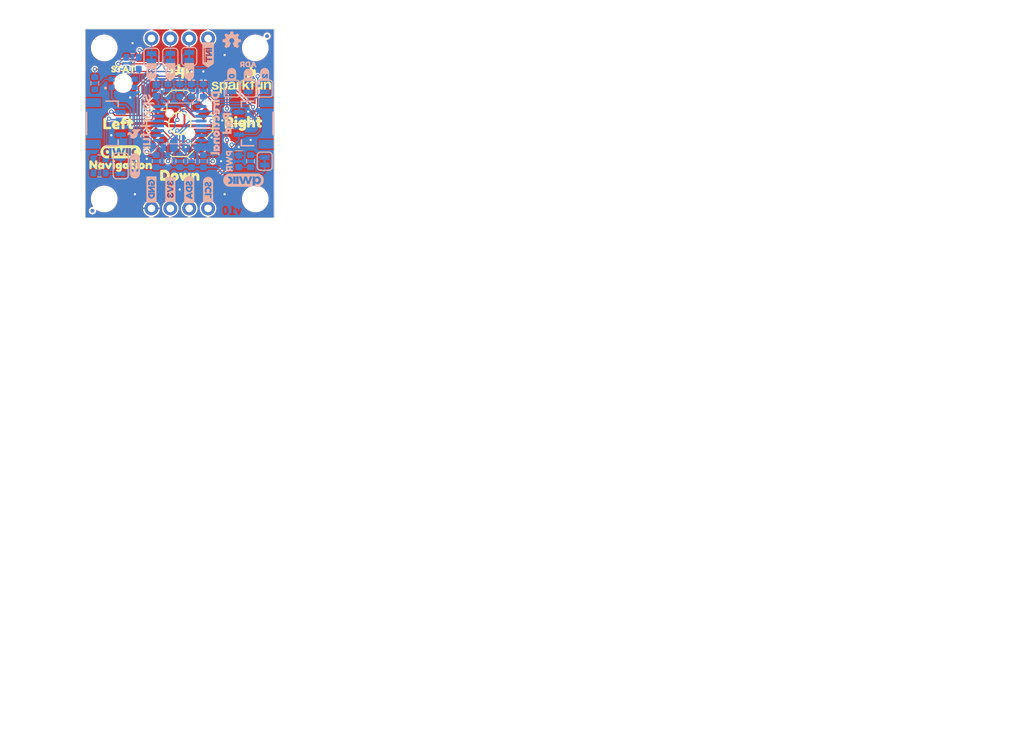
<source format=kicad_pcb>
(kicad_pcb (version 20240108) (generator "pcbnew") (generator_version "8.0")
  (title_block (date "2024-09-23") (comment 1 "Designed by: N. Seidle"))
  (layers (0 "F.Cu" signal) (31 "B.Cu" jumper) (34 "B.Paste" user) (35 "F.Paste" user) (36 "B.SilkS" user "B.Silkscreen") (37 "F.SilkS" user "F.Silkscreen") (38 "B.Mask" user) (39 "F.Mask" user) (44 "Edge.Cuts" user))
  (net 0 "")
  (net 1 "GND")
  (net 3 "3.3V")
  (net 5 "~{INT}")
  (net 6 "Net-(D1-A)")
  (net 7 "Net-(JP4-A)")
  (net 10 "ADR1")
  (net 11 "SCL")
  (net 12 "SDA")
  (net 13 "ADR2")
  (net 14 "ADR0")
  (net 15 "SW_Down")
  (net 16 "SW_Up")
  (net 17 "SW_Right")
  (net 18 "SW_Left")
  (net 19 "SW_Center")
  (net 20 "Net-(JP5-A)")
  (net 21 "Net-(JP6-A)")
  (net 22 "Net-(JP6-B)")
  (net 23 "Net-(D2-BK)")
  (net 24 "Net-(JP7-A)")
  (net 25 "IO6{slash}Green")
  (net 26 "Net-(JP8-A)")
  (net 27 "Net-(D2-GK)")
  (net 28 "Net-(D2-RK)")
  (net 29 "IO5{slash}Blue")
  (net 30 "IO7{slash}Red")
  (footprint "SparkFun-Aesthetic:Fiducial_0.5mm_Mask1mm" (layer "F.Cu") (at 136.2075 116.5225 90)
    (property "Reference" "FID3")
    (property "Value" "Fiducial_0.5mm")
  )
  (footprint "kibuzzard-66EED5D2" (layer "F.Cu") (at 147.955 97.79)
    (property "Reference" "kibuzzard-66EED5D2" (hide yes))
    (property "Value" "G***" (hide yes))
  )
  (footprint "SparkFun-Hardware:Standoff" (layer "F.Cu") (at 158.115 94.615 90)
    (property "Reference" "ST2")
    (property "Value" "Standoff")
  )
  (footprint "kibuzzard-66EF559E" (layer "F.Cu") (at 156.5275 104.775)
    (property "Reference" "kibuzzard-66EF559E" (hide yes))
    (property "Value" "G***" (hide yes))
  )
  (footprint "kibuzzard-66EF55AC" (layer "F.Cu") (at 139.7 104.775)
    (property "Reference" "kibuzzard-66EF55AC" (hide yes))
    (property "Value" "G***" (hide yes))
  )
  (footprint "kibuzzard-66EF5597" (layer "F.Cu") (at 147.955 111.76)
    (property "Reference" "kibuzzard-66EF5597" (hide yes))
    (property "Value" "G***" (hide yes))
  )
  (footprint "SparkFun-Aesthetic:Fiducial_0.5mm_Mask1mm" (layer "F.Cu") (at 159.7025 93.0275 90)
    (property "Reference" "FID4")
    (property "Value" "Fiducial_0.5mm")
  )
  (footprint "SparkFun-Aesthetic:qwiic_5.5mm" (layer "F.Cu") (at 140.0175 108.585)
    (property "Reference" "G***" (hide yes))
    (property "Value" "LOGO" (hide yes))
  )
  (footprint "SparkFun-Switch:Navigation_SMD_7.5x7.5mm" (layer "F.Cu") (at 147.955 104.775 180)
    (property "Reference" "SW2")
    (property "Value" "Nav Switch")
  )
  (footprint "SparkFun-Connector:1x04" (layer "F.Cu") (at 144.145 116.205)
    (property "Reference" "J5")
    (property "Value" "I2C")
  )
  (footprint "SparkFun-Hardware:Standoff" (layer "F.Cu") (at 137.795 94.615 90)
    (property "Reference" "ST1")
    (property "Value" "Standoff")
  )
  (footprint "kibuzzard-66EF6B89" (layer "F.Cu") (at 140.335 97.4725)
    (property "Reference" "kibuzzard-66EF6B89" (hide yes))
    (property "Value" "G***" (hide yes))
  )
  (footprint "SparkFun-Aesthetic:SparkFun_Logo_8mm" (layer "F.Cu") (at 156.21 99.695)
    (property "Reference" "G***" (hide yes))
    (property "Value" "LOGO" (hide yes))
  )
  (footprint "kibuzzard-6730262A" (layer "F.Cu") (at 140.0175 110.49)
    (property "Reference" "kibuzzard-6730262A" (hide yes))
    (property "Value" "G***" (hide yes))
  )
  (footprint "SparkFun-Aesthetic:Creative_Commons_License" (layer "F.Cu") (at 214.63 168.275)
    (property "Reference" "G1" (hide yes))
    (property "Value" "OSHW_Logo" (hide yes))
  )
  (footprint "SparkFun-Hardware:Standoff" (layer "F.Cu") (at 137.795 114.935 90)
    (property "Reference" "ST3")
    (property "Value" "Standoff")
  )
  (footprint "SparkFun-Connector:1x04" (layer "F.Cu") (at 144.145 93.345)
    (property "Reference" "J2")
    (property "Value" "Conn_01x04")
  )
  (footprint "SparkFun-Hardware:Standoff" (layer "F.Cu") (at 158.115 114.935 90)
    (property "Reference" "ST4")
    (property "Value" "Standoff")
  )
  (footprint "SparkFun-Resistor:R_0603_1608Metric" (layer "B.Cu") (at 141.605 95.885)
    (property "Reference" "R14")
    (property "Value" "2.2k")
  )
  (footprint "SparkFun-Resistor:R_0603_1608Metric" (layer "B.Cu") (at 147.955 109.855 -90)
    (property "Reference" "R8")
    (property "Value" "10k")
  )
  (footprint "SparkFun-Connector:JST_SMD_1.0mm-4_RA" (layer "B.Cu") (at 155.8925 104.775 -90)
    (property "Reference" "J1")
    (property "Value" "Qwiic_RA")
  )
  (footprint "SparkFun-Connector:JST_SMD_1.0mm-4_RA" (layer "B.Cu") (at 140.0175 104.775 90)
    (property "Reference" "J3")
    (property "Value" "Qwiic_RA")
  )
  (footprint "SparkFun-Jumper:Jumper_2_NC_Trace" (layer "B.Cu") (at 144.145 95.885 90)
    (property "Reference" "JP5")
    (property "Value" "5")
  )
  (footprint "SparkFun-Capacitor:C_0603_1608Metric" (layer "B.Cu") (at 144.78 100.33 90)
    (property "Reference" "C1")
    (property "Value" "0.1uF")
  )
  (footprint "SparkFun-Aesthetic:qwiic_5.5mm" (layer "B.Cu") (at 156.5275 112.395 180)
    (property "Reference" "G***" (hide yes))
    (property "Value" "LOGO" (hide yes))
  )
  (footprint "SparkFun-Jumper:Jumper_2_NC_Trace" (layer "B.Cu") (at 146.685 95.885 90)
    (property "Reference" "JP7")
    (property "Value" "6")
  )
  (footprint "SparkFun-Semiconductor-Standard:TSSOP-16_4.4x5mm_P0.65mm" (layer "B.Cu") (at 147.955 104.775 180)
    (property "Reference" "U4")
    (property "Value" "PCA9554PW")
  )
  (footprint "SparkFun-Jumper:Jumper_2_NO" (layer "B.Cu") (at 154.94 100.1014 90)
    (property "Reference" "JP1")
    (property "Value" "A0")
  )
  (footprint "kibuzzard-66F18F8F" (layer "B.Cu") (at 146.685 97.79 -90)
    (property "Reference" "kibuzzard-66F18F8F" (hide yes))
    (property "Value" "G***" (hide yes))
  )
  (footprint "kibuzzard-66EF7B7C" (layer "B.Cu") (at 154.305 104.775 -90)
    (property "Reference" "kibuzzard-66EF7B7C" (hide yes))
    (property "Value" "G***" (hide yes))
  )
  (footprint "kibuzzard-66F182A6" (layer "B.Cu") (at 141.9225 110.49 -90)
    (property "Reference" "kibuzzard-66F182A6" (hide yes))
    (property "Value" "G***" (hide yes))
  )
  (footprint "kibuzzard-66EF7A03" (layer "B.Cu") (at 159.385 98.1075 -90)
    (property "Reference" "kibuzzard-66EF7A03" (hide yes))
    (property "Value" "G***" (hide yes))
  )
  (footprint "SparkFun-Aesthetic:Fiducial_0.5mm_Mask1mm" (layer "B.Cu") (at 136.2075 116.5225 -90)
    (property "Reference" "FID2")
    (property "Value" "Fiducial_0.5mm")
  )
  (footprint "SparkFun-Resistor:R_0603_1608Metric" (layer "B.Cu") (at 144.78 109.855 -90)
    (property "Reference" "R12")
    (property "Value" "10k")
  )
  (footprint "SparkFun-Aesthetic:Fiducial_0.5mm_Mask1mm" (layer "B.Cu") (at 159.7025 93.0275 -90)
    (property "Reference" "FID1")
    (property "Value" "Fiducial_0.5mm")
  )
  (footprint "SparkFun-Resistor:R_0603_1608Metric" (layer "B.Cu") (at 137.16 111.4425 180)
    (property "Reference" "R13")
    (property "Value" "2.2k")
  )
  (footprint "kibuzzard-66EF7B15" (layer "B.Cu") (at 146.685 113.665 -90)
    (property "Reference" "kibuzzard-66EF7B15" (hide yes))
    (property "Value" "G***" (hide yes))
  )
  (footprint "SparkFun-Aesthetic:SparkFun_Logo_8mm" (layer "B.Cu") (at 143.51 104.810355 -90)
    (property "Reference" "G***" (hide yes))
    (property "Value" "LOGO" (hide yes))
  )
  (footprint "SparkFun-Aesthetic:OSHW_Logo_2.5mm" (layer "B.Cu") (at 154.94 93.6625 180)
    (property "Reference" "Ref**" (hide yes))
    (property "Value" "Val**" (hide yes))
  )
  (footprint "SparkFun-LED:LED_0603_1608Metric_Red" (layer "B.Cu") (at 155.8925 109.855 -90)
    (property "Reference" "D1")
    (property "Value" "Red")
  )
  (footprint "SparkFun-Resistor:R_0603_1608Metric" (layer "B.Cu") (at 147.955 100.33 -90)
    (property "Reference" "R3")
    (property "Value" "10k")
  )
  (footprint "SparkFun-Resistor:R_0603_1608Metric" (layer "B.Cu") (at 136.525 99.3775 -90)
    (property "Reference" "R6")
    (property "Value" "1k")
  )
  (footprint "SparkFun-Jumper:Jumper_2_NO" (layer "B.Cu") (at 157.1625 100.1014 90)
    (property "Reference" "JP2")
    (property "Value" "A1")
  )
  (footprint "SparkFun-Resistor:R_0603_1608Metric" (layer "B.Cu") (at 146.3675 100.33 -90)
    (property "Reference" "R4")
    (property "Value" "10k")
  )
  (footprint "kibuzzard-64C2E6A3" (layer "B.Cu") (at 154.6225 109.855 -90)
    (property "Reference" "kibuzzard-64C2E6A3" (hide yes))
    (property "Value" "G***" (hide yes))
  )
  (footprint "kibuzzard-66EF7B78" (layer "B.Cu") (at 152.7175 104.775 -90)
    (property "Reference" "kibuzzard-66EF7B78" (hide yes))
    (property "Value" "G***" (hide yes))
  )
  (footprint "SparkFun-Resistor:R_0603_1608Metric" (layer "B.Cu") (at 149.5425 109.855 -90)
    (property "Reference" "R11")
    (property "Value" "10k")
  )
  (footprint "kibuzzard-66EF7AE6" (layer "B.Cu") (at 151.765 113.665 -90)
    (property "Reference" "kibuzzard-66EF7AE6" (hide yes))
    (property "Value" "G***" (hide yes))
  )
  (footprint "kibuzzard-66F18F5E" (layer "B.Cu") (at 144.145 97.79 -90)
    (property "Reference" "kibuzzard-66F18F5E" (hide yes))
    (property "Value" "G***" (hide yes))
  )
  (footprint "kibuzzard-66EF7B1E" (layer "B.Cu") (at 144.145 113.665 -90)
    (property "Reference" "kibuzzard-66EF7B1E" (hide yes))
    (property "Value" "G***" (hide yes))
  )
  (footprint "SparkFun-Resistor:R_0603_1608Metric" (layer "B.Cu") (at 141.605 97.4725)
    (property "Reference" "R15")
    (property "Value" "1k")
  )
  (footprint "kibuzzard-66F18F9B" (layer "B.Cu") (at 149.225 97.79 -90)
    (property "Reference" "kibuzzard-66F18F9B" (hide yes))
    (property "Value" "G***" (hide yes))
  )
  (footprint "SparkFun-Resistor:R_0603_1608Metric" (layer "B.Cu") (at 149.5425 100.33 -90)
    (property "Reference" "R2")
    (property "Value" "10k")
  )
  (footprint "kibuzzard-66EF7A0B" (layer "B.Cu") (at 157.1625 96.8375 180)
    (property "Reference" "kibuzzard-66EF7A0B" (hide yes))
    (property "Value" "G***" (hide yes))
  )
  (footprint "SparkFun-Resistor:R_0603_1608Metric" (layer "B.Cu") (at 137.16 109.5375 180)
    (property "Reference" "R7")
    (property "Value" "2.2k")
  )
  (footprint "kibuzzard-67117BDD" (layer "B.Cu") (at 151.765 95.5675 -90)
    (property "Reference" "kibuzzard-67117BDD" (hide yes))
    (property "Value" "G***" (hide yes))
  )
  (footprint "kibuzzard-66EF7A24" (layer "B.Cu") (at 157.16554 98.24848 -90)
    (property "Reference" "kibuzzard-66EF7A24" (hide yes))
    (property "Value" "G***" (hide yes))
  )
  (footprint "SparkFun-Jumper:Jumper_2_NC_Trace" (layer "B.Cu") (at 149.225 95.7707 90)
    (property "Reference" "JP8")
    (property "Value" "7")
  )
  (footprint "SparkFun-LED:LED_1205_RGB_Bottom" (layer "B.Cu") (at 140.335 99.3775)
    (property "Reference" "D2")
    (property "Value" "LED_RGB")
  )
  (footprint "kibuzzard-66EF7AEF" (layer "B.Cu") (at 149.225 113.665 -90)
    (property "Reference" "kibuzzard-66EF7AEF" (hide yes))
    (property "Value" "G***" (hide yes))
  )
  (footprint "SparkFun-Jumper:Jumper_3_NC-2_Trace" (layer "B.Cu") (at 140.0175 110.49 90)
    (property "Reference" "JP6")
    (property "Value" "I²C")
  )
  (footprint "SparkFun-Resistor:R_0603_1608Metric" (layer "B.Cu") (at 157.48 109.855 -90)
    (property "Reference" "R5")
    (property "Value" "1k")
  )
  (footprint "SparkFun-Jumper:Jumper_2_NO" (layer "B.Cu") (at 159.385 100.1014 90)
    (property "Reference" "JP3")
    (property "Value" "A2")
  )
  (footprint "SparkFun-Resistor:R_0603_1608Metric" (layer "B.Cu") (at 151.13 109.855 -90)
    (property "Reference" "R10")
    (property "Value" "10k")
  )
  (footprint "SparkFun-Resistor:R_0603_1608Metric" (layer "B.Cu") (at 146.3675 109.855 -90)
    (property "Reference" "R9")
    (property "Value" "10k")
  )
  (footprint "SparkFun-Jumper:Jumper_2_NC_Trace" (layer "B.Cu") (at 159.385 109.855 -90)
    (property "Reference" "JP4")
    (property "Value" "PWR")
  )
  (footprint "kibuzzard-66EF79E9" (layer "B.Cu") (at 154.94 98.1075 -90)
    (property "Reference" "kibuzzard-66EF79E9" (hide yes))
    (property "Value" "G***" (hide yes))
  )
  (footprint "SparkFun-Resistor:R_0603_1608Metric" (layer "B.Cu") (at 151.13 100.33 -90)
    (property "Reference" "R1")
    (property "Value" "10k")
  )
  (gr_rect (start 135.255 92.075) (end 160.655 117.475) (stroke (width 0.1)) (fill none) (layer "Edge.Cuts"))
  (gr_text "v10" (at 154.94 116.5225 0) (layer "B.Cu" knockout) (effects (font (size 1 1) (thickness 0.25) (bold yes)) (justify mirror)))
  (segment (start 149.5425 103.02875) (end 147.955 101.44125) (width 0.1778) (layer "F.Cu") (net 1))
  (segment (start 150.288452 102.441548) (end 149.70125 103.02875) (width 0.1778) (layer "F.Cu") (net 1))
  (segment (start 149.70125 103.02875) (end 149.5425 103.02875) (width 0.1778) (layer "F.Cu") (net 1))
  (segment (start 147.955 101.44125) (end 147.955 100.6475) (width 0.1778) (layer "F.Cu") (net 1))
  (via (at 147.955 113.665) (size 0.56) (drill 0.3) (layers "F.Cu" "B.Cu") (net 1))
  (via (at 155.8925 107.95) (size 0.56) (drill 0.3) (layers "F.Cu" "B.Cu") (net 1))
  (via (at 153.9875 95.5675) (size 0.56) (drill 0.3) (layers "F.Cu" "B.Cu") (net 1))
  (via (at 151.13 97.79) (size 0.56) (drill 0.3) (layers "F.Cu" "B.Cu") (net 1))
  (via (at 138.7475 106.3625) (size 0.56) (drill 0.3) (layers "F.Cu" "B.Cu") (net 1))
  (via (at 153.51125 109.855) (size 0.56) (drill 0.3) (layers "F.Cu" "B.Cu") (net 1))
  (via (at 153.682391 104.37489) (size 0.56) (drill 0.3) (layers "F.Cu" "B.Cu") (net 1))
  (via (at 152.24125 106.68) (size 0.56) (drill 0.3) (layers "F.Cu" "B.Cu") (net 1))
  (via (at 157.48 106.9975) (size 0.56) (drill 0.3) (layers "F.Cu" "B.Cu") (net 1))
  (via (at 149.5425 97.79) (size 0.56) (drill 0.3) (layers "F.Cu" "B.Cu") (net 1))
  (via (at 143.513202 109.532815) (size 0.56) (drill 0.3) (layers "F.Cu" "B.Cu") (net 1))
  (via (at 148.74875 107.95) (size 0.56) (drill 0.3) (layers "F.Cu" "B.Cu") (net 1))
  (via (at 141.9225 114.3) (size 0.56) (drill 0.3) (layers "F.Cu" "B.Cu") (net 1))
  (via (at 153.9875 114.3) (size 0.56) (drill 0.3) (layers "F.Cu" "B.Cu") (net 1))
  (via (at 141.605 93.98) (size 0.56) (drill 0.3) (layers "F.Cu" "B.Cu") (net 1))
  (via (at 145.57375 100.17125) (size 0.56) (drill 0.3) (layers "F.Cu" "B.Cu") (net 1))
  (via (at 141.2875 101.2825) (size 0.56) (drill 0.3) (layers "F.Cu" "B.Cu") (net 1))
  (via (at 157.1625 103.1875) (size 0.56) (drill 0.3) (layers "F.Cu" "B.Cu") (net 1))
  (via (at 152.24125 100.33) (size 0.56) (drill 0.3) (layers "F.Cu" "B.Cu") (net 1))
  (segment (start 148.59 105.0925) (end 156.845 105.0925) (width 0.4064) (layer "F.Cu") (net 3))
  (segment (start 157.48 104.4575) (end 158.4325 103.505) (width 0.1778) (layer "F.Cu") (net 3))
  (segment (start 158.4325 103.505) (end 158.4325 98.425) (width 0.1778) (layer "F.Cu") (net 3))
  (segment (start 146.3675 105.0925) (end 148.59 105.0925) (width 0.4064) (layer "F.Cu") (net 3))
  (segment (start 156.845 105.0925) (end 157.48 104.4575) (width 0.4064) (layer "F.Cu") (net 3))
  (segment (start 148.59 103.34625) (end 148.59 105.0925) (width 0.254) (layer "F.Cu") (net 3))
  (segment (start 141.2875 105.0925) (end 141.605 104.775) (width 0.4064) (layer "F.Cu") (net 3))
  (segment (start 146.05 104.775) (end 146.3675 105.0925) (width 0.4064) (layer "F.Cu") (net 3))
  (segment (start 141.605 104.775) (end 146.05 104.775) (width 0.4064) (layer "F.Cu") (net 3))
  (via (at 148.59 103.34625) (size 0.56) (drill 0.3) (layers "F.Cu" "B.Cu") (net 3))
  (via (at 141.2875 105.0925) (size 0.56) (drill 0.3) (layers "F.Cu" "B.Cu") (net 3))
  (via (at 158.4325 98.425) (size 0.56) (drill 0.3) (layers "F.Cu" "B.Cu") (net 3))
  (via (at 157.48 104.4575) (size 0.56) (drill 0.3) (layers "F.Cu" "B.Cu") (net 3))
  (segment (start 151.13 110.68) (end 149.5425 110.68) (width 0.254) (layer "B.Cu") (net 3))
  (segment (start 147.955 110.68) (end 146.3675 110.68) (width 0.254) (layer "B.Cu") (net 3))
  (segment (start 145.0925 101.9175) (end 144.78 101.605) (width 0.254) (layer "B.Cu") (net 3))
  (segment (start 141.2875 110.49) (end 143.1925 110.49) (width 0.4064) (layer "B.Cu") (net 3))
  (segment (start 157.2975 104.275) (end 157.48 104.4575) (width 0.4064) (layer "B.Cu") (net 3))
  (segment (start 144.78 110.68) (end 146.3675 110.68) (width 0.4064) (layer "B.Cu") (net 3))
  (segment (start 147.74375 102.5) (end 146.3675 102.5) (width 0.254) (layer "B.Cu") (net 3))
  (segment (start 158.4325 98.425) (end 158.4325 99.695) (width 0.1778) (layer "B.Cu") (net 3))
  (segment (start 146.3675 110.68) (end 146.3675 113.03) (width 0.4064) (layer "B.Cu") (net 3))
  (segment (start 146.3675 113.03) (end 146.685 113.3475) (width 0.4064) (layer "B.Cu") (net 3))
  (segment (start 152.9075 110.68) (end 153.67 111.4425) (width 0.254) (layer "B.Cu") (net 3))
  (segment (start 153.67 111.4425) (end 159.0675 111.4425) (width 0.254) (layer "B.Cu") (net 3))
  (segment (start 145.0925 102.5) (end 145.0925 101.9175) (width 0.254) (layer "B.Cu") (net 3))
  (segment (start 143.1925 110.49) (end 143.3825 110.68) (width 0.4064) (layer "B.Cu") (net 3))
  (segment (start 146.3675 101.155) (end 146.3675 102.5) (width 0.1778) (layer "B.Cu") (net 3))
  (segment (start 159.0675 111.4425) (end 159.385 111.125) (width 0.254) (layer "B.Cu") (net 3))
  (segment (start 143.3825 110.68) (end 144.78 110.68) (width 0.4064) (layer "B.Cu") (net 3))
  (segment (start 157.1625 99.695) (end 154.94 99.695) (width 0.254) (layer "B.Cu") (net 3))
  (segment (start 140.6525 102.235) (end 141.2875 102.87) (width 0.254) (layer "B.Cu") (net 3))
  (segment (start 141.2875 105.0925) (end 141.2875 110.49) (width 0.4064) (layer "B.Cu") (net 3))
  (segment (start 140.0175 105.275) (end 141.105 105.275) (width 0.4064) (layer "B.Cu") (net 3))
  (segment (start 140.0175 110.49) (end 141.2875 110.49) (width 0.4064) (layer "B.Cu") (net 3))
  (segment (start 138.785 99.9275) (end 138.785 101.32) (width 0.254) (layer "B.Cu") (net 3))
  (segment (start 146.3675 102.5) (end 145.0925 102.5) (width 0.254) (layer "B.Cu") (net 3))
  (segment (start 146.685 113.3475) (end 146.685 116.205) (width 0.4064) (layer "B.Cu") (net 3))
  (segment (start 141.105 105.275) (end 141.2875 105.0925) (width 0.4064) (layer "B.Cu") (net 3))
  (segment (start 155.8925 104.275) (end 157.2975 104.275) (width 0.4064) (layer "B.Cu") (net 3))
  (segment (start 159.385 99.695) (end 158.4325 99.695) (width 0.254) (layer "B.Cu") (net 3))
  (segment (start 139.7 102.235) (end 140.6525 102.235) (width 0.254) (layer "B.Cu") (net 3))
  (segment (start 148.59 103.34625) (end 147.74375 102.5) (width 0.254) (layer "B.Cu") (net 3))
  (segment (start 158.4325 99.695) (end 157.1625 99.695) (width 0.254) (layer "B.Cu") (net 3))
  (segment (start 141.2875 102.87) (end 141.2875 105.0925) (width 0.254) (layer "B.Cu") (net 3))
  (segment (start 149.5425 110.68) (end 147.955 110.68) (width 0.254) (layer "B.Cu") (net 3))
  (segment (start 138.785 101.32) (end 139.7 102.235) (width 0.254) (layer "B.Cu") (net 3))
  (segment (start 151.13 110.68) (end 152.9075 110.68) (width 0.254) (layer "B.Cu") (net 3))
  (segment (start 144.78 101.605) (end 144.78 101.105) (width 0.254) (layer "B.Cu") (net 3))
  (segment (start 159.385 111.125) (end 159.385 110.3757) (width 0.254) (layer "B.Cu") (net 3))
  (segment (start 143.8529 99.0346) (end 144.2587 98.6288) (width 0.1778) (layer "B.Cu") (net 5))
  (segment (start 147.53527 98.425) (end 147.73907 98.2212) (width 0.1778) (layer "B.Cu") (net 5))
  (segment (start 146.3675 98.425) (end 147.53527 98.425) (width 0.1778) (layer "B.Cu") (net 5))
  (segment (start 143.8529 101.093122) (end 143.8529 99.0346) (width 0.1778) (layer "B.Cu") (net 5))
  (segment (start 144.56407 98.2212) (end 144.99593 98.2212) (width 0.1778) (layer "B.Cu") (net 5))
  (segment (start 145.0925 104.45) (end 143.34375 104.45) (width 0.1778) (layer "B.Cu") (net 5))
  (segment (start 148.37407 98.2212) (end 149.44027 97.155) (width 0.1778) (layer "B.Cu") (net 5))
  (segment (start 145.19973 98.425) (end 146.3675 98.425) (width 0.1778) (layer "B.Cu") (net 5))
  (segment (start 146.3675 98.425) (end 146.3675 99.505) (width 0.1778) (layer "B.Cu") (net 5))
  (segment (start 149.44027 97.155) (end 151.4475 97.155) (width 0.1778) (layer "B.Cu") (net 5))
  (segment (start 151.4475 97.155) (end 151.765 96.8375) (width 0.1778) (layer "B.Cu") (net 5))
  (segment (start 144.2587 98.6288) (end 144.2587 98.52657) (width 0.1778) (layer "B.Cu") (net 5))
  (segment (start 144.2587 98.52657) (end 144.56407 98.2212) (width 0.1778) (layer "B.Cu") (net 5))
  (segment (start 151.765 96.8375) (end 151.765 93.345) (width 0.1778) (layer "B.Cu") (net 5))
  (segment (start 143.34375 104.45) (end 143.1925 104.29875) (width 0.1778) (layer "B.Cu") (net 5))
  (segment (start 143.1925 104.29875) (end 143.1925 101.753522) (width 0.1778) (layer "B.Cu") (net 5))
  (segment (start 143.1925 101.753522) (end 143.8529 101.093122) (width 0.1778) (layer "B.Cu") (net 5))
  (segment (start 144.99593 98.2212) (end 145.19973 98.425) (width 0.1778) (layer "B.Cu") (net 5))
  (segment (start 147.73907 98.2212) (end 148.37407 98.2212) (width 0.1778) (layer "B.Cu") (net 5))
  (segment (start 155.93 110.68) (end 155.8925 110.6425) (width 0.1778) (layer "B.Cu") (net 6))
  (segment (start 157.48 110.68) (end 155.93 110.68) (width 0.1778) (layer "B.Cu") (net 6))
  (segment (start 158.2425 109.03) (end 158.5468 109.3343) (width 0.1778) (layer "B.Cu") (net 7))
  (segment (start 158.5468 109.3343) (end 159.385 109.3343) (width 0.1778) (layer "B.Cu") (net 7))
  (segment (start 157.48 109.03) (end 158.2425 109.03) (width 0.1778) (layer "B.Cu") (net 7))
  (segment (start 150.8175 103.15) (end 149.8225 103.15) (width 0.1778) (layer "B.Cu") (net 10))
  (segment (start 157.1625 101.6) (end 157.1625 100.5078) (width 0.1778) (layer "B.Cu") (net 10))
  (segment (start 153.0477 102.87) (end 153.0477 102.235) (width 0.1778) (layer "B.Cu") (net 10))
  (segment (start 149.5425 102.87) (end 149.5425 101.155) (width 0.1778) (layer "B.Cu") (net 10))
  (segment (start 150.8175 103.15) (end 152.7677 103.15) (width 0.1778) (layer "B.Cu") (net 10))
  (segment (start 153.3525 101.9302) (end 156.8323 101.9302) (width 0.1778) (layer "B.Cu") (net 10))
  (segment (start 149.8225 103.15) (end 149.5425 102.87) (width 0.1778) (layer "B.Cu") (net 10))
  (segment (start 156.8323 101.9302) (end 157.1625 101.6) (width 0.1778) (layer "B.Cu") (net 10))
  (segment (start 152.7677 103.15) (end 153.0477 102.87) (width 0.1778) (layer "B.Cu") (net 10))
  (segment (start 153.0477 102.235) (end 153.3525 101.9302) (width 0.1778) (layer "B.Cu") (net 10))
  (segment (start 157.7975 102.5525) (end 153.67 98.425) (width 0.1778) (layer "F.Cu") (net 11))
  (segment (start 139.268152 103.708152) (end 138.7475 103.1875) (width 0.1778) (layer "F.Cu") (net 11))
  (segment (start 154.94 110.1725) (end 154.94 107.6325) (width 0.1778) (layer "F.Cu") (net 11))
  (segment (start 142.39875 99.85375) (end 142.39875 103.708152) (width 0.1778) (layer "F.Cu") (net 11))
  (segment (start 141.605 103.708152) (end 139.268152 103.708152) (width 0.1778) (layer "F.Cu") (net 11))
  (segment (start 151.765 113.3475) (end 154.94 110.1725) (width 0.1778) (layer "F.Cu") (net 11))
  (segment (start 143.7138 103.708152) (end 142.39875 103.708152) (width 0.1778) (layer "F.Cu") (net 11))
  (segment (start 153.67 98.425) (end 143.8275 98.425) (width 0.1778) (layer "F.Cu") (net 11))
  (segment (start 143.8275 98.425) (end 142.39875 99.85375) (width 0.1778) (layer "F.Cu") (net 11))
  (segment (start 151.765 116.205) (end 151.765 113.3475) (width 0.1778) (layer "F.Cu") (net 11))
  (segment (start 142.39875 103.708152) (end 141.605 103.708152) (width 0.1778) (layer "F.Cu") (net 11))
  (via (at 143.7138 103.708152) (size 0.56) (drill 0.3) (layers "F.Cu" "B.Cu") (net 11))
  (via (at 138.7475 103.1875) (size 0.56) (drill 0.3) (layers "F.Cu" "B.Cu") (net 11))
  (via (at 157.7975 102.5525) (size 0.56) (drill 0.3) (layers "F.Cu" "B.Cu") (net 11))
  (via (at 154.94 107.6325) (size 0.56) (drill 0.3) (layers "F.Cu" "B.Cu") (net 11))
  (segment (start 154.94 107.6325) (end 155.2575 107.6325) (width 0.1778) (layer "B.Cu") (net 11))
  (segment (start 137.795 104.05573) (end 138.66323 103.1875) (width 0.1524) (layer "B.Cu") (net 11))
  (segment (start 158.2025 106.275) (end 155.8925 106.275) (width 0.1778) (layer "B.Cu") (net 11))
  (segment (start 136.411448 109.5375) (end 137.795 108.153948) (width 0.1524) (layer "B.Cu") (net 11))
  (segment (start 157.7975 102.5525) (end 157.7975 103.1875) (width 0.1778) (layer "B.Cu") (net 11))
  (segment (start 145.000652 103.708152) (end 145.0925 103.8) (width 0.1524) (layer "B.Cu") (net 11))
  (segment (start 158.75 104.14) (end 158.75 105.7275) (width 0.1778) (layer "B.Cu") (net 11))
  (segment (start 143.7138 103.708152) (end 145.000652 103.708152) (width 0.1524) (layer "B.Cu") (net 11))
  (segment (start 138.66323 103.1875) (end 138.7475 103.1875) (width 0.1524) (layer "B.Cu") (net 11))
  (segment (start 140.0175 103.275) (end 138.835 103.275) (width 0.1778) (layer "B.Cu") (net 11))
  (segment (start 155.8925 106.9975) (end 155.8925 106.275) (width 0.1778) (layer "B.Cu") (net 11))
  (segment (start 157.7975 103.1875) (end 158.75 104.14) (width 0.1778) (layer "B.Cu") (net 11))
  (segment (start 138.835 103.275) (end 138.7475 103.1875) (width 0.1778) (layer "B.Cu") (net 11))
  (segment (start 155.2575 107.6325) (end 155.8925 106.9975) (width 0.1778) (layer "B.Cu") (net 11))
  (segment (start 158.75 105.7275) (end 158.2025 106.275) (width 0.1778) (layer "B.Cu") (net 11))
  (segment (start 137.795 108.153948) (end 137.795 104.05573) (width 0.1524) (layer "B.Cu") (net 11))
  (segment (start 136.335 109.5375) (end 136.411448 109.5375) (width 0.1524) (layer "B.Cu") (net 11))
  (segment (start 153.20645 98.7552) (end 143.97355 98.7552) (width 0.1778) (layer "F.Cu") (net 12))
  (segment (start 149.225 115.2525) (end 154.305 110.1725) (width 0.1778) (layer "F.Cu") (net 12))
  (segment (start 143.03375 102.18995) (end 143.7138 102.87) (width 0.1778) (layer "F.Cu") (net 12))
  (segment (start 138.53058 104.24058) (end 144.194603 104.24058) (width 0.1524) (layer "F.Cu") (net 12))
  (segment (start 154.305 110.1725) (end 154.305 106.9975) (width 0.1778) (layer "F.Cu") (net 12))
  (segment (start 149.225 116.205) (end 149.225 115.2525) (width 0.1778) (layer "F.Cu") (net 12))
  (segment (start 154.305 99.85375) (end 153.20645 98.7552) (width 0.1778) (layer "F.Cu") (net 12))
  (segment (start 144.194603 104.24058) (end 144.30375 104.131433) (width 0.1524) (layer "F.Cu") (net 12))
  (segment (start 143.03375 99.695) (end 143.03375 102.18995) (width 0.1778) (layer "F.Cu") (net 12))
  (segment (start 144.30375 103.45995) (end 143.7138 102.87) (width 0.1524) (layer "F.Cu") (net 12))
  (segment (start 143.97355 98.7552) (end 143.03375 99.695) (width 0.1778) (layer "F.Cu") (net 12))
  (segment (start 144.30375 104.131433) (end 144.30375 103.45995) (width 0.1524) (layer "F.Cu") (net 12))
  (segment (start 154.305 102.7817) (end 154.305 99.85375) (width 0.1778) (layer "F.Cu") (net 12))
  (segment (start 138.43 104.14) (end 138.53058 104.24058) (width 0.1524) (layer "F.Cu") (net 12))
  (via (at 143.7138 102.87) (size 0.56) (drill 0.3) (layers "F.Cu" "B.Cu") (net 12))
  (via (at 154.305 106.9975) (size 0.56) (drill 0.3) (layers "F.Cu" "B.Cu") (net 12))
  (via (at 154.305 102.7817) (size 0.56) (drill 0.3) (layers "F.Cu" "B.Cu") (net 12))
  (via (at 138.43 104.14) (size 0.56) (drill 0.3) (layers "F.Cu" "B.Cu") (net 12))
  (segment (start 137.16 110.6175) (end 137.16 109.22) (width 0.1524) (layer "B.Cu") (net 12))
  (segment (start 155.8925 105.275) (end 154.311268 105.275) (width 0.1778) (layer "B.Cu") (net 12))
  (segment (start 138.1125 104.4575) (end 138.43 104.14) (width 0.1524) (layer "B.Cu") (net 12))
  (segment (start 154.305 105.268732) (end 154.305 104.775) (width 0.1778) (layer "B.Cu") (net 12))
  (segment (start 143.9938 103.15) (end 145.0925 103.15) (width 0.1778) (layer "B.Cu") (net 12))
  (segment (start 138.1125 108.2675) (end 138.1125 104.4575) (width 0.1524) (layer "B.Cu") (net 12))
  (segment (start 154.305 102.7817) (end 154.305 104.775) (width 0.1778) (layer "B.Cu") (net 12))
  (segment (start 154.305 106.9975) (end 154.305 105.268732) (width 0.1778) (layer "B.Cu") (net 12))
  (segment (start 138.565 104.275) (end 138.43 104.14) (width 0.1778) (layer "B.Cu") (net 12))
  (segment (start 143.7138 102.87) (end 143.9938 103.15) (width 0.1778) (layer "B.Cu") (net 12))
  (segment (start 140.0175 104.275) (end 138.565 104.275) (width 0.1778) (layer "B.Cu") (net 12))
  (segment (start 137.16 109.22) (end 138.1125 108.2675) (width 0.1524) (layer "B.Cu") (net 12))
  (segment (start 154.311268 105.275) (end 154.305 105.268732) (width 0.1778) (layer "B.Cu") (net 12))
  (segment (start 136.335 111.4425) (end 137.16 110.6175) (width 0.1524) (layer "B.Cu") (net 12))
  (segment (start 159.0675 100.5078) (end 159.385 100.5078) (width 0.1778) (layer "B.Cu") (net 13))
  (segment (start 150.8175 103.8) (end 149.99625 103.8) (width 0.1778) (layer "B.Cu") (net 13))
  (segment (start 153.3779 102.5271) (end 153.6446 102.2604) (width 0.1778) (layer "B.Cu") (net 13))
  (segment (start 157.3149 102.2604) (end 159.0675 100.5078) (width 0.1778) (layer "B.Cu") (net 13))
  (segment (start 152.584674 103.8) (end 153.3779 103.006774) (width 0.1778) (layer "B.Cu") (net 13))
  (segment (start 147.955 101.75875) (end 147.955 101.155) (width 0.1778) (layer "B.Cu") (net 13))
  (segment (start 150.8175 103.8) (end 152.584674 103.8) (width 0.1778) (layer "B.Cu") (net 13))
  (segment (start 149.99625 103.8) (end 147.955 101.75875) (width 0.1778) (layer "B.Cu") (net 13))
  (segment (start 153.3779 103.006774) (end 153.3779 102.5271) (width 0.1778) (layer "B.Cu") (net 13))
  (segment (start 153.6446 102.2604) (end 157.3149 102.2604) (width 0.1778) (layer "B.Cu") (net 13))
  (segment (start 151.13 101.6) (end 150.8125 101.9175) (width 0.1778) (layer "B.Cu") (net 14))
  (segment (start 154.94 101.2825) (end 154.94 100.5078) (width 0.1778) (layer "B.Cu") (net 14))
  (segment (start 154.6225 101.6) (end 154.94 101.2825) (width 0.1778) (layer "B.Cu") (net 14))
  (segment (start 151.13 101.155) (end 152.2725 101.155) (width 0.1778) (layer "B.Cu") (net 14))
  (segment (start 152.2725 101.155) (end 152.7175 101.6) (width 0.1778) (layer "B.Cu") (net 14))
  (segment (start 152.7175 101.6) (end 154.6225 101.6) (width 0.1778) (layer "B.Cu") (net 14))
  (segment (start 151.13 101.155) (end 151.13 101.6) (width 0.1778) (layer "B.Cu") (net 14))
  (segment (start 150.8125 101.9175) (end 150.8175 101.9225) (width 0.1778) (layer "B.Cu") (net 14))
  (segment (start 150.8175 101.9225) (end 150.8175 102.5) (width 0.1778) (layer "B.Cu") (net 14))
  (segment (start 150.97125 100.48875) (end 152.403585 101.921085) (width 0.1778) (layer "F.Cu") (net 15))
  (segment (start 152.403585 104.294565) (end 152.24125 104.4569) (width 0.1778) (layer "F.Cu") (net 15))
  (segment (start 150.261351 100.48875) (end 150.97125 100.48875) (width 0.1778) (layer "F.Cu") (net 15))
  (segment (start 152.403585 101.921085) (end 152.403585 104.294565) (width 0.1778) (layer "F.Cu") (net 15))
  (segment (start 149.298503 101.451598) (end 150.261351 100.48875) (width 0.1778) (layer "F.Cu") (net 15))
  (via (at 152.24125 104.4569) (size 0.56) (drill 0.3) (layers "F.Cu" "B.Cu") (net 15))
  (segment (start 150.8175 105.1) (end 151.91625 105.1) (width 0.1778) (layer "B.Cu") (net 15))
  (segment (start 150.8175 105.1) (end 149.05875 105.1) (width 0.1778) (layer "B.Cu") (net 15))
  (segment (start 149.05875 105.1) (end 147.955 106.20375) (width 0.1778) (layer "B.Cu") (net 15))
  (segment (start 152.24125 104.775) (end 152.24125 104.4569) (width 0.1778) (layer "B.Cu") (net 15))
  (segment (start 147.955 106.20375) (end 147.955 109.03) (width 0.1778) (layer "B.Cu") (net 15))
  (segment (start 151.91625 105.1) (end 152.24125 104.775) (width 0.1778) (layer "B.Cu") (net 15))
  (segment (start 146.611497 108.098402) (end 146.611497 109.603603) (width 0.1778) (layer "F.Cu") (net 16))
  (segment (start 146.611497 109.603603) (end 146.3675 109.8476) (width 0.1778) (layer "F.Cu") (net 16))
  (segment (start 147.6375 105.7281) (end 147.6369 105.7275) (width 0.1524) (layer "F.Cu") (net 16))
  (via (at 147.6375 105.7281) (size 0.56) (drill 0.3) (layers "F.Cu" "B.Cu") (net 16))
  (via (at 146.3675 109.8476) (size 0.56) (drill 0.3) (layers "F.Cu" "B.Cu") (net 16))
  (segment (start 146.3675 109.8476) (end 146.3675 109.03) (width 0.1778) (layer "B.Cu") (net 16))
  (segment (start 149.2325 104.45) (end 150.8175 104.45) (width 0.1778) (layer "B.Cu") (net 16))
  (segment (start 146.3675 106.9981) (end 146.3675 109.03) (width 0.1524) (layer "B.Cu") (net 16))
  (segment (start 147.9544 105.7281) (end 149.2325 104.45) (width 0.1778) (layer "B.Cu") (net 16))
  (segment (start 147.6375 105.7281) (end 147.9544 105.7281) (width 0.1778) (layer "B.Cu") (net 16))
  (segment (start 147.6375 105.7281) (end 146.3675 106.9981) (width 0.1524) (layer "B.Cu") (net 16))
  (segment (start 149.821347 109.855) (end 152.4 109.855) (width 0.1524) (layer "F.Cu") (net 17))
  (segment (start 145.126573 105.623528) (end 145.589875 105.623528) (width 0.1524) (layer "F.Cu") (net 17))
  (segment (start 144.631598 106.118503) (end 145.126573 105.623528) (width 0.1524) (layer "F.Cu") (net 17))
  (segment (start 145.589875 105.623528) (end 149.821347 109.855) (width 0.1524) (layer "F.Cu") (net 17))
  (via (at 152.4 109.855) (size 0.56) (drill 0.3) (layers "F.Cu" "B.Cu") (net 17))
  (segment (start 152.89875 105.75) (end 153.3525 106.20375) (width 0.1778) (layer "B.Cu") (net 17))
  (segment (start 152.87625 109.06125) (end 152.4 109.06125) (width 0.1778) (layer "B.Cu") (net 17))
  (segment (start 152.4 109.06125) (end 152.4 109.855) (width 0.1778) (layer "B.Cu") (net 17))
  (segment (start 151.13 109.03) (end 152.36875 109.03) (width 0.1778) (layer "B.Cu") (net 17))
  (segment (start 152.36875 109.03) (end 152.4 109.06125) (width 0.1778) (layer "B.Cu") (net 17))
  (segment (start 153.3525 106.20375) (end 153.3525 108.585) (width 0.1778) (layer "B.Cu") (net 17))
  (segment (start 153.3525 108.585) (end 152.87625 109.06125) (width 0.1778) (layer "B.Cu") (net 17))
  (segment (start 150.8175 105.75) (end 152.89875 105.75) (width 0.1778) (layer "B.Cu") (net 17))
  (segment (start 148.80067 102.83765) (end 148.30485 102.83765) (width 0.1524) (layer "F.Cu") (net 18))
  (segment (start 148.30485 102.83765) (end 147.6375 103.505) (width 0.1524) (layer "F.Cu") (net 18))
  (segment (start 149.06625 107.15625) (end 147.955 107.15625) (width 0.1524) (layer "F.Cu") (net 18))
  (segment (start 147.955 107.15625) (end 146.685 105.88625) (width 0.1524) (layer "F.Cu") (net 18))
  (segment (start 147.6375 103.505) (end 147.6375 104.29875) (width 0.1524) (layer "F.Cu") (net 18))
  (segment (start 150.783427 103.926472) (end 149.889492 103.926472) (width 0.1524) (layer "F.Cu") (net 18))
  (segment (start 151.278402 103.431497) (end 151.278402 103.494052) (width 0.1524) (layer "F.Cu") (net 18))
  (segment (start 149.889492 103.926472) (end 148.80067 102.83765) (width 0.1524) (layer "F.Cu") (net 18))
  (segment (start 151.278402 103.431497) (end 150.783427 103.926472) (width 0.1524) (layer "F.Cu") (net 18))
  (via (at 146.685 105.88625) (size 0.56) (drill 0.3) (layers "F.Cu" "B.Cu") (net 18))
  (via (at 147.6375 104.29875) (size 0.56) (drill 0.3) (layers "F.Cu" "B.Cu") (net 18))
  (via (at 149.06625 107.15625) (size 0.56) (drill 0.3) (layers "F.Cu" "B.Cu") (net 18))
  (segment (start 149.5425 109.03) (end 149.5425 107.120018) (width 0.1524) (layer "B.Cu") (net 18))
  (segment (start 149.5425 107.120018) (end 150.262518 106.4) (width 0.1524) (layer "B.Cu") (net 18))
  (segment (start 147.32 105.25125) (end 146.685 105.88625) (width 0.1524) (layer "B.Cu") (net 18))
  (segment (start 149.506268 107.15625) (end 149.5425 107.120018) (width 0.1524) (layer "B.Cu") (net 18))
  (segment (start 147.6375 104.29875) (end 147.32 104.61625) (width 0.1524) (layer "B.Cu") (net 18))
  (segment (start 149.06625 107.15625) (end 149.506268 107.15625) (width 0.1524) (layer "B.Cu") (net 18))
  (segment (start 150.262518 106.4) (end 150.8175 106.4) (width 0.1524) (layer "B.Cu") (net 18))
  (segment (start 147.32 104.61625) (end 147.32 105.25125) (width 0.1524) (layer "B.Cu") (net 18))
  (segment (start 145.621548 107.108452) (end 144.145 108.585) (width 0.1524) (layer "F.Cu") (net 19))
  (segment (start 144.145 108.585) (end 143.51 108.585) (width 0.1524) (layer "F.Cu") (net 19))
  (via (at 143.51 108.585) (size 0.56) (drill 0.3) (layers "F.Cu" "B.Cu") (net 19))
  (segment (start 144.78 109.03) (end 144.78 108.2675) (width 0.1778) (layer "B.Cu") (net 19))
  (segment (start 144.78 108.2675) (end 145.0975 107.95) (width 0.1778) (layer "B.Cu") (net 19))
  (segment (start 143.51 108.585) (end 143.955 109.03) (width 0.1524) (layer "B.Cu") (net 19))
  (segment (start 145.0925 107.6275) (end 145.0925 107.05) (width 0.1778) (layer "B.Cu") (net 19))
  (segment (start 145.0975 107.6325) (end 145.0925 107.6275) (width 0.1778) (layer "B.Cu") (net 19))
  (segment (start 145.0975 107.95) (end 145.0975 107.6325) (width 0.1778) (layer "B.Cu") (net 19))
  (segment (start 143.955 109.03) (end 144.78 109.03) (width 0.1524) (layer "B.Cu") (net 19))
  (segment (start 137.590847 97.4725) (end 138.860847 96.2025) (width 0.1524) (layer "F.Cu") (net 20))
  (segment (start 138.860847 96.2025) (end 141.9225 96.2025) (width 0.1524) (layer "F.Cu") (net 20))
  (segment (start 136.525 97.4725) (end 137.590847 97.4725) (width 0.1524) (layer "F.Cu") (net 20))
  (segment (start 142.5575 95.5675) (end 142.5575 94.9325) (width 0.1524) (layer "F.Cu") (net 20))
  (segment (start 141.9225 96.2025) (end 142.5575 95.5675) (width 0.1524) (layer "F.Cu") (net 20))
  (via (at 136.525 97.4725) (size 0.56) (drill 0.3) (layers "F.Cu" "B.Cu") (net 20))
  (via (at 142.5575 94.9325) (size 0.56) (drill 0.3) (layers "F.Cu" "B.Cu") (net 20))
  (segment (start 136.525 98.5525) (end 136.525 97.4725) (width 0.1524) (layer "B.Cu") (net 20))
  (segment (start 143.2814 96.2914) (end 144.145 96.2914) (width 0.1524) (layer "B.Cu") (net 20))
  (segment (start 142.5575 94.9325) (end 142.885774 94.9325) (width 0.1524) (layer "B.Cu") (net 20))
  (segment (start 143.1925 95.239226) (end 143.1925 96.2025) (width 0.1524) (layer "B.Cu") (net 20))
  (segment (start 143.1925 96.2025) (end 143.2814 96.2914) (width 0.1524) (layer "B.Cu") (net 20))
  (segment (start 142.885774 94.9325) (end 143.1925 95.239226) (width 0.1524) (layer "B.Cu") (net 20))
  (segment (start 137.985 111.4425) (end 139.9286 111.4425) (width 0.1524) (layer "B.Cu") (net 21))
  (segment (start 139.9286 111.4425) (end 140.0175 111.5314) (width 0.1524) (layer "B.Cu") (net 21))
  (segment (start 139.9286 109.5375) (end 140.0175 109.4486) (width 0.1524) (layer "B.Cu") (net 22))
  (segment (start 137.985 109.5375) (end 139.9286 109.5375) (width 0.1524) (layer "B.Cu") (net 22))
  (segment (start 138.785 98.8275) (end 137.9 98.8275) (width 0.1524) (layer "B.Cu") (net 23))
  (segment (start 137.9 98.8275) (end 136.525 100.2025) (width 0.1524) (layer "B.Cu") (net 23))
  (segment (start 146.05 97.2687) (end 145.541397 96.760097) (width 0.1524) (layer "F.Cu") (net 24))
  (segment (start 145.541397 96.760097) (end 139.7 96.760097) (width 0.1524) (layer "F.Cu") (net 24))
  (via (at 139.7 96.760097) (size 0.56) (drill 0.3) (layers "F.Cu" "B.Cu") (net 24))
  (via (at 146.05 97.2687) (size 0.56) (drill 0.3) (layers "F.Cu" "B.Cu") (net 24))
  (segment (start 140.575097 95.885) (end 139.7 96.760097) (width 0.1524) (layer "B.Cu") (net 24))
  (segment (start 146.05 97.2687) (end 146.05 97.0407) (width 0.1524) (layer "B.Cu") (net 24))
  (segment (start 140.78 95.885) (end 140.575097 95.885) (width 0.1524) (layer "B.Cu") (net 24))
  (segment (start 146.05 97.0407) (end 146.685 96.4057) (width 0.1524) (layer "B.Cu") (net 24))
  (segment (start 146.2786 95.3643) (end 146.685 95.3643) (width 0.1778) (layer "B.Cu") (net 25))
  (segment (start 144.332076 97.4598) (end 144.891374 97.4598) (width 0.1778) (layer "B.Cu") (net 25))
  (segment (start 143.05625 105.75) (end 142.5321 105.22585) (width 0.1778) (layer "B.Cu") (net 25))
  (segment (start 145.8087 95.9358) (end 146.3802 95.3643) (width 0.1778) (layer "B.Cu") (net 25))
  (segment (start 142.5321 105.22585) (end 142.5321 101.479974) (width 0.1778) (layer "B.Cu") (net 25))
  (segment (start 146.3802 95.3643) (end 146.685 95.3643) (width 0.1778) (layer "B.Cu") (net 25))
  (segment (start 142.5321 101.479974) (end 143.1925 100.819574) (width 0.1778) (layer "B.Cu") (net 25))
  (segment (start 143.1925 98.599376) (end 144.332076 97.4598) (width 0.1778) (layer "B.Cu") (net 25))
  (segment (start 145.8087 96.542474) (end 145.8087 95.9358) (width 0.1778) (layer "B.Cu") (net 25))
  (segment (start 145.0925 105.75) (end 143.05625 105.75) (width 0.1778) (layer "B.Cu") (net 25))
  (segment (start 143.1925 100.819574) (end 143.1925 98.599376) (width 0.1778) (layer "B.Cu") (net 25))
  (segment (start 144.891374 97.4598) (end 145.8087 96.542474) (width 0.1778) (layer "B.Cu") (net 25))
  (segment (start 146.685 95.3643) (end 146.685 93.345) (width 0.1524) (layer "B.Cu") (net 25))
  (segment (start 148.217353 97.640687) (end 148.06804 97.79) (width 0.1524) (layer "F.Cu") (net 26))
  (segment (start 148.06804 97.79) (end 140.0175 97.79) (width 0.1524) (layer "F.Cu") (net 26))
  (segment (start 140.0175 97.79) (end 139.7 97.4725) (width 0.1524) (layer "F.Cu") (net 26))
  (via (at 148.217353 97.640687) (size 0.56) (drill 0.3) (layers "F.Cu" "B.Cu") (net 26))
  (via (at 139.7 97.4725) (size 0.56) (drill 0.3) (layers "F.Cu" "B.Cu") (net 26))
  (segment (start 148.217353 97.299047) (end 149.225 96.2914) (width 0.1524) (layer "B.Cu") (net 26))
  (segment (start 148.217353 97.640687) (end 148.217353 97.299047) (width 0.1524) (layer "B.Cu") (net 26))
  (segment (start 140.78 97.4725) (end 139.7 97.4725) (width 0.1524) (layer "B.Cu") (net 26))
  (segment (start 141.885 98.8275) (end 141.8014 98.7439) (width 0.1524) (layer "B.Cu") (net 27))
  (segment (start 141.8014 96.5136) (end 142.43 95.885) (width 0.1524) (layer "B.Cu") (net 27))
  (segment (start 141.8014 98.7439) (end 141.8014 96.5136) (width 0.1524) (layer "B.Cu") (net 27))
  (segment (start 141.885 99.9275) (end 142.5448 99.2677) (width 0.1524) (layer "B.Cu") (net 28))
  (segment (start 142.5448 97.5873) (end 142.43 97.4725) (width 0.1524) (layer "B.Cu") (net 28))
  (segment (start 142.5448 99.2677) (end 142.5448 97.5873) (width 0.1524) (layer "B.Cu") (net 28))
  (segment (start 142.2019 105.3719) (end 142.2019 101.343201) (width 0.1778) (layer "B.Cu") (net 29))
  (segment (start 145.0975 95.8977) (end 144.4498 95.25) (width 0.1778) (layer "B.Cu") (net 29))
  (segment (start 145.0975 96.7867) (end 145.0975 95.8977) (width 0.1778) (layer "B.Cu") (net 29))
  (segment (start 142.8623 100.682801) (end 142.8623 98.462602) (width 0.1778) (layer "B.Cu") (net 29))
  (segment (start 144.7546 97.1296) (end 145.0975 96.7867) (width 0.1778) (layer "B.Cu") (net 29))
  (segment (start 142.2019 101.343201) (end 142.8623 100.682801) (width 0.1778) (layer "B.Cu") (net 29))
  (segment (start 145.0925 106.4) (end 143.23 106.4) (width 0.1778) (layer "B.Cu") (net 29))
  (segment (start 144.195302 97.1296) (end 144.7546 97.1296) (width 0.1778) (layer "B.Cu") (net 29))
  (segment (start 143.23 106.4) (end 142.2019 105.3719) (width 0.1778) (layer "B.Cu") (net 29))
  (segment (start 144.4498 95.25) (end 144.145 95.25) (width 0.1778) (layer "B.Cu") (net 29))
  (segment (start 144.145 95.25) (end 144.145 93.345) (width 0.1524) (layer "B.Cu") (net 29))
  (segment (start 142.8623 98.462602) (end 144.195302 97.1296) (width 0.1778) (layer "B.Cu") (net 29))
  (segment (start 144.46885 97.79) (end 146.9898 97.79) (width 0.1778) (layer "B.Cu") (net 30))
  (segment (start 148.59 93.345) (end 149.225 93.345) (width 0.1778) (layer "B.Cu") (net 30))
  (segment (start 143.5227 98.73615) (end 144.46885 97.79) (width 0.1778) (layer "B.Cu") (net 30))
  (segment (start 149.225 95.25) (end 149.225 93.345) (width 0.1524) (layer "B.Cu") (net 30))
  (segment (start 148.3487 95.7199) (end 148.8186 95.25) (width 0.1778) (layer "B.Cu") (net 30))
  (segment (start 143.04125 105.1) (end 142.8623 104.92105) (width 0.1778) (layer "B.Cu") (net 30))
  (segment (start 149.225 93.345) (end 149.225 93.98) (width 0.1778) (layer "B.Cu") (net 30))
  (segment (start 148.8186 95.25) (end 149.225 95.25) (width 0.1778) (layer "B.Cu") (net 30))
  (segment (start 146.9898 97.79) (end 148.3487 96.4311) (width 0.1778) (layer "B.Cu") (net 30))
  (segment (start 142.8623 101.616748) (end 143.5227 100.956348) (width 0.1778) (layer "B.Cu") (net 30))
  (segment (start 145.0925 105.1) (end 143.04125 105.1) (width 0.1778) (layer "B.Cu") (net 30))
  (segment (start 142.8623 104.92105) (end 142.8623 101.616748) (width 0.1778) (layer "B.Cu") (net 30))
  (segment (start 143.5227 100.956348) (end 143.5227 98.73615) (width 0.1778) (layer "B.Cu") (net 30))
  (segment (start 148.3487 96.4311) (end 148.3487 95.7199) (width 0.1778) (layer "B.Cu") (net 30))
  (zone (net 1) (net_name "GND") (layers "F&B.Cu") (connect_pads (clearance 0.1778)) (min_thickness 0.1778) (fill yes (thermal_gap 0.2032) (thermal_bridge_width 0.1778))
    (polygon (pts (xy 160.655 117.475) (xy 135.255 117.475) (xy 135.255 92.075) (xy 160.655 92.075)))
  )
)
</source>
